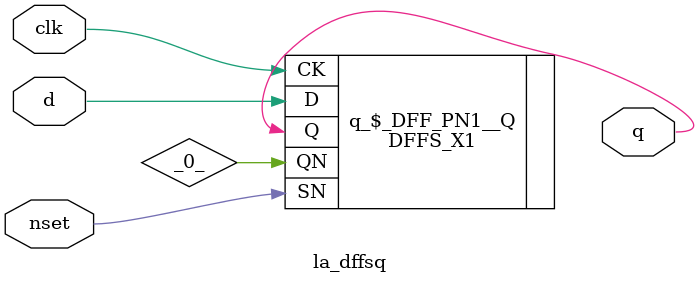
<source format=v>
/* Generated by Yosys 0.37 (git sha1 a5c7f69ed, clang 14.0.0-1ubuntu1.1 -fPIC -Os) */

module la_dffsq(d, clk, nset, q);
  wire _0_;
  input clk;
  wire clk;
  input d;
  wire d;
  input nset;
  wire nset;
  output q;
  wire q;
  DFFS_X1 \q_$_DFF_PN1__Q  (
    .CK(clk),
    .D(d),
    .Q(q),
    .QN(_0_),
    .SN(nset)
  );
endmodule

</source>
